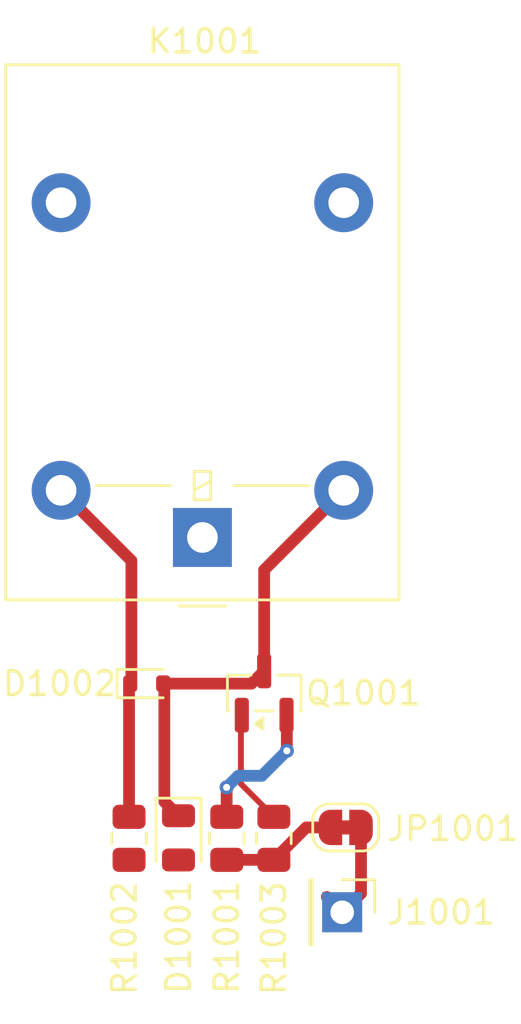
<source format=kicad_pcb>
(kicad_pcb (version 20241229) (generator "pcbnew") (generator_version "9.0")
  (layers (0 "F.Cu" signal) (2 "B.Cu" signal) (13 "F.Paste" user) (15 "B.Paste" user) (5 "F.SilkS" user "F.Silkscreen") (7 "B.SilkS" user "B.Silkscreen") (1 "F.Mask" user) (3 "B.Mask" user) (25 "Edge.Cuts" user))
  (net 0 "")
  (net 1 "Net-(D1001-K)")
  (net 2 "Net-(D1001-A)")
  (net 3 "Net-(JP1001-B)")
  (net 4 "/NF")
  (net 5 "/NA")
  (net 6 "/COM")
  (net 7 "/GND")
  (net 8 "Net-(Q1001-B)")
  (net 9 "/12V")
  (net 10 "/INPUT")
  (footprint "Package_TO_SOT_SMD:SOT-23" (layer "F.Cu") (at 146.7375 97.8 90)
    (property "Reference" "Q1001" (at 0 4.2125 0) (layer "F.SilkS"))
    (property "Value" "SS8050")
    (fp_line (start 0.76 -1.56) (end 0.76 -0.56) (stroke (width 0.12)) (layer "F.SilkS"))
    (fp_line (start -0.76 -1.56) (end 0.76 -1.56) (stroke (width 0.12)) (layer "F.SilkS"))
    (fp_line (start -0.76 -1.51) (end -0.76 -1.56) (stroke (width 0.12)) (layer "F.SilkS"))
    (fp_line (start -0.76 0.39) (end -0.76 -0.39) (stroke (width 0.12)) (layer "F.SilkS"))
    (fp_line (start 0.76 0.56) (end 0.76 1.56) (stroke (width 0.12)) (layer "F.SilkS"))
    (fp_line (start 0.76 1.56) (end -0.76 1.56) (stroke (width 0.12)) (layer "F.SilkS"))
    (fp_line (start -0.76 1.56) (end -0.76 1.51) (stroke (width 0.12)) (layer "F.SilkS"))
    (fp_poly (pts (xy -1.3 -0.38) (xy -1.06 -0.05) (xy -1.54 -0.05)) (stroke (width 0.12)) (fill yes) (layer "F.SilkS"))
    (pad "1" smd roundrect (at -0.9375 -0.95 90) (size 1.475 0.6) (layers "F.Cu" "F.Mask" "F.Paste") (net 8 "Net-(Q1001-B)"))
    (pad "2" smd roundrect (at -0.9375 0.95 90) (size 1.475 0.6) (layers "F.Cu" "F.Mask" "F.Paste") (net 7 "/GND"))
    (pad "3" smd roundrect (at 0.9375 0 90) (size 1.475 0.6) (layers "F.Cu" "F.Mask" "F.Paste") (net 1 "Net-(D1001-K)"))
  )
  (footprint "Resistor_SMD:R_0805_2012Metric" (layer "F.Cu") (at 147.15 103.9625 90)
    (property "Reference" "R1003" (at -4.2375 0 90) (layer "F.SilkS"))
    (property "Value" "10k")
    (fp_line (start -0.227064 -0.735) (end 0.227064 -0.735) (stroke (width 0.12)) (layer "F.SilkS"))
    (fp_line (start -0.227064 0.735) (end 0.227064 0.735) (stroke (width 0.12)) (layer "F.SilkS"))
    (pad "1" smd roundrect (at -0.9125 0 90) (size 1.025 1.4) (layers "F.Cu" "F.Mask" "F.Paste") (roundrect_rratio 0.243902) (net 3 "Net-(JP1001-B)"))
    (pad "2" smd roundrect (at 0.9125 0 90) (size 1.025 1.4) (layers "F.Cu" "F.Mask" "F.Paste") (roundrect_rratio 0.243902) (net 8 "Net-(Q1001-B)"))
  )
  (footprint "LED_SMD:LED_0805_2012Metric" (layer "F.Cu") (at 143.1 103.9425 -90)
    (property "Reference" "D1001" (at 4.2075 0 90) (layer "F.SilkS"))
    (property "Value" "LED")
    (fp_line (start -1.685 0.96) (end 1 0.96) (stroke (width 0.12)) (layer "F.SilkS"))
    (fp_line (start -1.685 -0.96) (end -1.685 0.96) (stroke (width 0.12)) (layer "F.SilkS"))
    (fp_line (start 1 -0.96) (end -1.685 -0.96) (stroke (width 0.12)) (layer "F.SilkS"))
    (pad "1" smd roundrect (at -0.9375 0 270) (size 0.975 1.4) (layers "F.Cu" "F.Mask" "F.Paste") (net 1 "Net-(D1001-K)"))
    (pad "2" smd roundrect (at 0.9375 0 270) (size 0.975 1.4) (layers "F.Cu" "F.Mask" "F.Paste") (net 2 "Net-(D1001-A)"))
  )
  (footprint "Connector_PinHeader_2.54mm:PinHeader_1x01_P2.54mm_Vertical" (layer "F.Cu") (at 150.05 107.1 -90)
    (property "Reference" "J1001" (at 0 -4.2 0) (layer "F.SilkS"))
    (property "Value" "Conn_01x01")
    (fp_line (start -1.38 1.38) (end 1.38 1.38) (stroke (width 0.12)) (layer "F.SilkS"))
    (fp_line (start -1.38 1.27) (end -1.38 1.38) (stroke (width 0.12)) (layer "F.SilkS"))
    (fp_line (start -1.38 1.27) (end 1.38 1.27) (stroke (width 0.12)) (layer "F.SilkS"))
    (fp_line (start 1.38 1.27) (end 1.38 1.38) (stroke (width 0.12)) (layer "F.SilkS"))
    (fp_line (start -1.38 0) (end -1.38 -1.38) (stroke (width 0.12)) (layer "F.SilkS"))
    (fp_line (start -1.38 -1.38) (end 0 -1.38) (stroke (width 0.12)) (layer "F.SilkS"))
    (pad "1" thru_hole rect (at 0 0 270) (size 1.7 1.7) (drill 1) (layers "*.Cu" "*.Mask") (net 10 "/INPUT"))
  )
  (footprint "Resistor_SMD:R_0805_2012Metric" (layer "F.Cu") (at 145.15 103.9625 90)
    (property "Reference" "R1001" (at -4.1875 0 90) (layer "F.SilkS"))
    (property "Value" "10k")
    (fp_line (start -0.227064 -0.735) (end 0.227064 -0.735) (stroke (width 0.12)) (layer "F.SilkS"))
    (fp_line (start -0.227064 0.735) (end 0.227064 0.735) (stroke (width 0.12)) (layer "F.SilkS"))
    (pad "1" smd roundrect (at -0.9125 0 90) (size 1.025 1.4) (layers "F.Cu" "F.Mask" "F.Paste") (roundrect_rratio 0.243902) (net 3 "Net-(JP1001-B)"))
    (pad "2" smd roundrect (at 0.9125 0 90) (size 1.025 1.4) (layers "F.Cu" "F.Mask" "F.Paste") (roundrect_rratio 0.243902) (net 7 "/GND"))
  )
  (footprint "Diode_SMD:D_SOD-523" (layer "F.Cu") (at 141.75 97.4)
    (property "Reference" "D1002" (at -3.7 0 180) (layer "F.SilkS"))
    (property "Value" "1N4148WT")
    (fp_line (start -1.26 -0.6) (end -1.26 0.6) (stroke (width 0.12)) (layer "F.SilkS"))
    (fp_line (start 0.7 -0.6) (end -1.26 -0.6) (stroke (width 0.12)) (layer "F.SilkS"))
    (fp_line (start 0.7 0.6) (end -1.26 0.6) (stroke (width 0.12)) (layer "F.SilkS"))
    (pad "1" smd roundrect (at -0.7 0 180) (size 0.6 0.7) (layers "F.Cu" "F.Mask" "F.Paste") (net 9 "/12V"))
    (pad "2" smd roundrect (at 0.7 0 180) (size 0.6 0.7) (layers "F.Cu" "F.Mask" "F.Paste") (net 1 "Net-(D1001-K)"))
  )
  (footprint "Jumper:SolderJumper-2_P1.3mm_Bridged_RoundedPad1.0x1.5mm" (layer "F.Cu") (at 150.2 103.5 180)
    (property "Reference" "JP1001" (at -4.55 -0.05 180) (layer "F.SilkS"))
    (property "Value" "~")
    (fp_poly (pts (xy 0.25 -0.3) (xy -0.25 -0.3) (xy -0.25 0.3) (xy 0.25 0.3)) (fill yes) (layer "F.Cu"))
    (fp_line (start 1.4 -0.3) (end 1.4 0.3) (stroke (width 0.12)) (layer "F.SilkS"))
    (fp_line (start 0.7 1) (end -0.7 1) (stroke (width 0.12)) (layer "F.SilkS"))
    (fp_line (start -0.7 -1) (end 0.7 -1) (stroke (width 0.12)) (layer "F.SilkS"))
    (fp_line (start -1.4 0.3) (end -1.4 -0.3) (stroke (width 0.12)) (layer "F.SilkS"))
    (fp_arc (start 1.4 0.3) (mid 1.194975 0.794975) (end 0.7 1) (stroke (width 0.12)) (layer "F.SilkS"))
    (fp_arc (start 0.7 -1) (mid 1.194975 -0.794975) (end 1.4 -0.3) (stroke (width 0.12)) (layer "F.SilkS"))
    (fp_arc (start -0.7 1) (mid -1.194975 0.794975) (end -1.4 0.3) (stroke (width 0.12)) (layer "F.SilkS"))
    (fp_arc (start -1.4 -0.3) (mid -1.194975 -0.794975) (end -0.7 -1) (stroke (width 0.12)) (layer "F.SilkS"))
    (pad "1" smd custom (at -0.65 0 180) (size 1 0.5) (layers "F.Cu" "F.Mask") (net 10 "/INPUT") (options (clearance outline) (anchor rect)) (primitives (gr_circle (center 0 0.25) (end 0.5 0.25) (width 0) (fill yes)) (gr_circle (center 0 -0.25) (end 0.5 -0.25) (width 0) (fill yes)) (gr_poly (pts (xy 0.5 0.75) (xy 0 0.75) (xy 0 -0.75) (xy 0.5 -0.75)) (width 0) (fill yes))))
    (pad "2" smd custom (at 0.65 0 180) (size 1 0.5) (layers "F.Cu" "F.Mask") (net 3 "Net-(JP1001-B)") (options (clearance outline) (anchor rect)) (primitives (gr_circle (center 0 0.25) (end 0.5 0.25) (width 0) (fill yes)) (gr_circle (center 0 -0.25) (end 0.5 -0.25) (width 0) (fill yes)) (gr_poly (pts (xy 0 0.75) (xy -0.5 0.75) (xy -0.5 -0.75) (xy 0 -0.75)) (width 0) (fill yes))))
  )
  (footprint "Resistor_SMD:R_0805_2012Metric" (layer "F.Cu") (at 141 103.9625 -90)
    (property "Reference" "R1002" (at 4.2375 0.2 90) (layer "F.SilkS"))
    (property "Value" "1k")
    (fp_line (start -0.227064 0.735) (end 0.227064 0.735) (stroke (width 0.12)) (layer "F.SilkS"))
    (fp_line (start -0.227064 -0.735) (end 0.227064 -0.735) (stroke (width 0.12)) (layer "F.SilkS"))
    (pad "1" smd roundrect (at -0.9125 0 270) (size 1.025 1.4) (layers "F.Cu" "F.Mask" "F.Paste") (roundrect_rratio 0.243902) (net 9 "/12V"))
    (pad "2" smd roundrect (at 0.9125 0 270) (size 1.025 1.4) (layers "F.Cu" "F.Mask" "F.Paste") (roundrect_rratio 0.243902) (net 2 "Net-(D1001-A)"))
  )
  (footprint "Relay_THT:Relay_SPDT_Omron-G5LE-1" (layer "F.Cu") (at 144.115 91.2 180)
    (property "Reference" "K1001" (at -0.085 21.05 0) (layer "F.SilkS"))
    (property "Value" "G5LE-1")
    (fp_line (start 8.35 20.05) (end 8.35 -2.65) (stroke (width 0.12)) (layer "F.SilkS"))
    (fp_line (start 8.35 -2.65) (end -8.35 -2.65) (stroke (width 0.12)) (layer "F.SilkS"))
    (fp_line (start 1.35 2.2) (end 4.5 2.2) (stroke (width 0.12)) (layer "F.SilkS"))
    (fp_line (start 0.35 2.8) (end 0.35 1.6) (stroke (width 0.12)) (layer "F.SilkS"))
    (fp_line (start 0.35 1.6) (end -0.35 1.6) (stroke (width 0.12)) (layer "F.SilkS"))
    (fp_line (start -0.35 2.8) (end 0.35 2.8) (stroke (width 0.12)) (layer "F.SilkS"))
    (fp_line (start -0.35 2.4) (end 0.35 2) (stroke (width 0.12)) (layer "F.SilkS"))
    (fp_line (start -0.35 1.6) (end -0.35 2.8) (stroke (width 0.12)) (layer "F.SilkS"))
    (fp_line (start -1 -2.91) (end 1 -2.91) (stroke (width 0.12)) (layer "F.SilkS"))
    (fp_line (start -4.5 2.2) (end -1.35 2.2) (stroke (width 0.12)) (layer "F.SilkS"))
    (fp_line (start -8.35 20.05) (end 8.35 20.05) (stroke (width 0.12)) (layer "F.SilkS"))
    (fp_line (start -8.35 -2.65) (end -8.35 20.05) (stroke (width 0.12)) (layer "F.SilkS"))
    (pad "1" thru_hole rect (at 0 0 180) (size 2.5 2.5) (drill 1.3) (layers "*.Cu" "*.Mask") (net 6 "/COM"))
    (pad "2" thru_hole oval (at -6 2 180) (size 2.5 2.5) (drill 1.3) (layers "*.Cu" "*.Mask") (net 1 "Net-(D1001-K)"))
    (pad "3" thru_hole oval (at -6 14.2 180) (size 2.5 2.5) (drill 1.3) (layers "*.Cu" "*.Mask") (net 5 "/NA"))
    (pad "4" thru_hole oval (at 6 14.2 180) (size 2.5 2.5) (drill 1.3) (layers "*.Cu" "*.Mask") (net 4 "/NF"))
    (pad "5" thru_hole oval (at 6 2 180) (size 2.5 2.5) (drill 1.3) (layers "*.Cu" "*.Mask") (net 9 "/12V"))
  )
  (segment (start 146.7375 96.8625) (end 146.7375 92.5775) (width 0.5) (layer "F.Cu") (net 1))
  (segment (start 142.5 102.405) (end 142.5 97.4) (width 0.5) (layer "F.Cu") (net 1))
  (segment (start 143.1 103.005) (end 142.5 102.405) (width 0.5) (layer "F.Cu") (net 1))
  (segment (start 142.5 97.4) (end 146.2 97.4) (width 0.5) (layer "F.Cu") (net 1))
  (segment (start 146.2 97.4) (end 146.7375 96.8625) (width 0.5) (layer "F.Cu") (net 1))
  (segment (start 146.7375 92.5775) (end 150.115 89.2) (width 0.5) (layer "F.Cu") (net 1))
  (segment (start 149.55 103.5) (end 148.525 103.5) (width 0.5) (layer "F.Cu") (net 3))
  (segment (start 145.15 104.9) (end 145.15 104.875) (width 0.25) (layer "F.Cu") (net 3))
  (segment (start 148.525 103.5) (end 147.15 104.875) (width 0.5) (layer "F.Cu") (net 3))
  (segment (start 147.15 104.875) (end 145.15 104.875) (width 0.5) (layer "F.Cu") (net 3))
  (segment (start 149.4 103.65) (end 149.55 103.5) (width 0.5) (layer "F.Cu") (net 3))
  (segment (start 147.7 100.25) (end 147.7 98.75) (width 0.5) (layer "F.Cu") (net 7))
  (segment (start 145.14366 103.04366) (end 145.15 103.05) (width 0.5) (layer "F.Cu") (net 7))
  (segment (start 145.14366 101.801585) (end 145.14366 103.04366) (width 0.5) (layer "F.Cu") (net 7))
  (segment (start 147.7 98.75) (end 147.6875 98.7375) (width 0.5) (layer "F.Cu") (net 7))
  (via (at 147.7 100.25) (size 0.6) (drill 0.3) (layers "F.Cu" "B.Cu") (net 7))
  (via (at 145.14366 101.801585) (size 0.6) (drill 0.3) (layers "F.Cu" "B.Cu") (net 7))
  (segment (start 147.7 100.25) (end 146.64 101.31) (width 0.5) (layer "B.Cu") (net 7))
  (segment (start 145.635245 101.31) (end 145.14366 101.801585) (width 0.5) (layer "B.Cu") (net 7))
  (segment (start 146.64 101.31) (end 145.635245 101.31) (width 0.5) (layer "B.Cu") (net 7))
  (segment (start 147.15 103.05) (end 145.75 101.65) (width 0.25) (layer "F.Cu") (net 8))
  (segment (start 145.75 101.65) (end 145.75 98.775) (width 0.25) (layer "F.Cu") (net 8))
  (segment (start 145.75 98.775) (end 145.7875 98.7375) (width 0.25) (layer "F.Cu") (net 8))
  (segment (start 147.25 103.05) (end 147.25 102.75) (width 0.25) (layer "F.Cu") (net 8))
  (segment (start 141.1 97.4) (end 141.1 92.185) (width 0.5) (layer "F.Cu") (net 9))
  (segment (start 141.1 92.185) (end 138.115 89.2) (width 0.5) (layer "F.Cu") (net 9))
  (segment (start 141 103.05) (end 141 97.5) (width 0.5) (layer "F.Cu") (net 9))
  (segment (start 141 97.5) (end 141.1 97.4) (width 0.5) (layer "F.Cu") (net 9))
  (segment (start 150.85 106.3) (end 150.05 107.1) (width 0.5) (layer "F.Cu") (net 10))
  (segment (start 150.85 103.5) (end 150.506 103.5) (width 0.5) (layer "F.Cu") (net 10))
  (segment (start 150.85 103.5) (end 150.85 106.3) (width 0.5) (layer "F.Cu") (net 10))
  (segment (start 150.05 107.1) (end 149.4 106.45) (width 0.5) (layer "F.Cu") (net 10))
)
</source>
